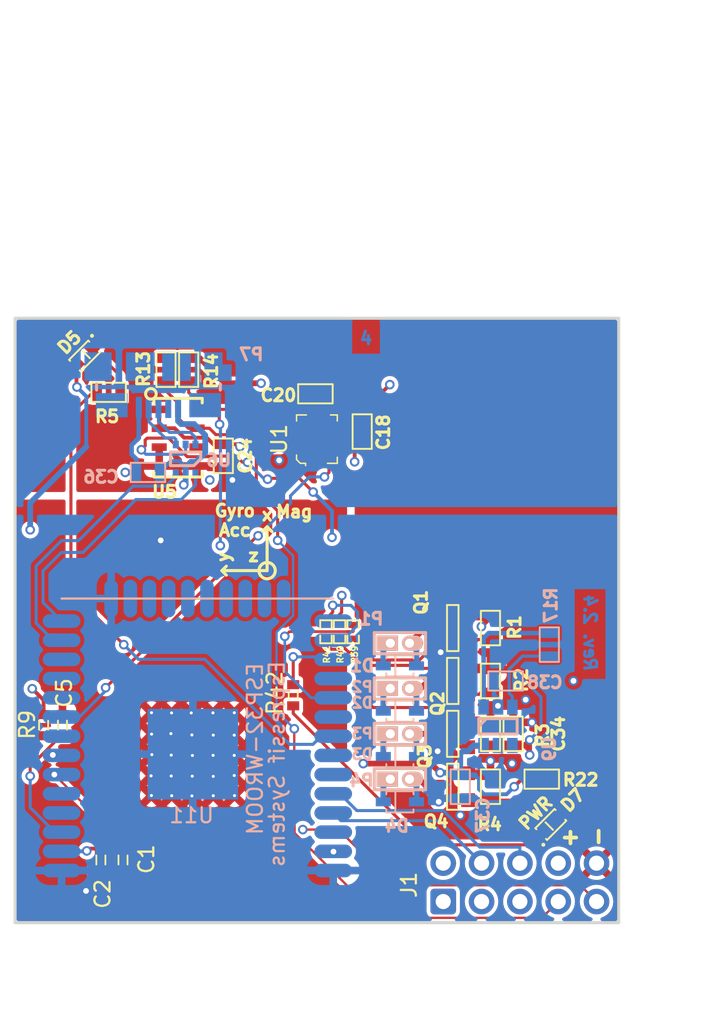
<source format=kicad_pcb>
(kicad_pcb (version 20221018) (generator pcbnew)
  (title_block (title "Crazyflie control board") (date "2023-11-25") (rev "2.4") (company "Bitcraze AB (CC BY-NC-SA)"))
  (layers (0 "F.Cu" signal "Front_L1") (1 "In1.Cu" power "Gnd_L2") (2 "In2.Cu" power "Vcc_L3") (31 "B.Cu" signal "Back_L4") (34 "B.Paste" user) (35 "F.Paste" user) (36 "B.SilkS" user "B.Silkscreen") (37 "F.SilkS" user "F.Silkscreen") (38 "B.Mask" user) (39 "F.Mask" user) (44 "Edge.Cuts" user))
  (net 0 "")
  (net 1 "/MOTOR1")
  (net 2 "/MOTOR2")
  (net 3 "/MOTOR3")
  (net 4 "/MOTOR4")
  (net 5 "/POWER/D+")
  (net 6 "/POWER/D-")
  (net 7 "VBUS")
  (net 8 "+BATT")
  (net 9 "DGND")
  (net 10 "GND")
  (net 11 "VCC")
  (net 12 "VCCA")
  (net 13 "/SYS")
  (net 14 "Net-(Q1-PadG)")
  (net 15 "Net-(Q2-PadG)")
  (net 16 "Net-(Q3-PadG)")
  (net 17 "Net-(Q4-PadG)")
  (net 18 "/I2C_SCL")
  (net 19 "/EN1")
  (net 20 "/INT_GA")
  (net 21 "/EN2")
  (net 22 "Net-(Q7-C)")
  (net 23 "Net-(D5-K)")
  (net 24 "Net-(D7-A)")
  (net 25 "Net-(D1-A)")
  (net 26 "Net-(D2-A)")
  (net 27 "Net-(D3-A)")
  (net 28 "Net-(D4-A)")
  (net 30 "/USBD+")
  (net 31 "/USBD-")
  (net 32 "/RED")
  (net 33 "Net-(Q8-C)")
  (net 35 "/TDO")
  (net 37 "/P1")
  (net 38 "/P2")
  (net 51 "/P3")
  (net 52 "/P4")
  (net 53 "/TX")
  (net 54 "/RX")
  (net 55 "/I2C_SDA")
  (net 56 "Net-(U9-EN)")
  (footprint "SOT23GDS" (layer "F.Cu") (at 149.00148 103.50246 -90)
    (fp_text reference "Q1")
    (fp_text value "PMV31XN" hide)
  )
  (footprint "SOT23GDS" (layer "F.Cu") (at 149.00148 107.00258 -90)
    (fp_text reference "Q2")
    (fp_text value "PMV31XN" hide)
  )
  (footprint "SOT23GDS" (layer "F.Cu") (at 149.00148 110.5027 -90)
    (fp_text reference "Q3")
    (fp_text value "PMV31XN" hide)
  )
  (footprint "SOT23GDS" (layer "F.Cu") (at 149.00148 114.00282 -90)
    (fp_text reference "Q4")
    (fp_text value "PMV31XN" hide)
  )
  (footprint "SM0603_Capa" (layer "F.Cu") (at 152.99944 110.5027 90)
    (fp_text reference "C34")
    (fp_text value "4.7uF" hide)
  )
  (footprint "SM0603_Capa" (layer "F.Cu") (at 143 90.5 90)
    (fp_text reference "C18")
    (fp_text value "100nF" hide)
  )
  (footprint "SM0603_Capa" (layer "F.Cu") (at 139.90066 88 180)
    (fp_text reference "C20")
    (fp_text value "100nF" hide)
  )
  (footprint "SM0603" (layer "F.Cu") (at 131.50088 86.40318 -90)
    (fp_text reference "R14")
    (fp_text value "2.2k" hide)
  )
  (footprint "SM0603" (layer "F.Cu") (at 129.99974 86.40318 -90)
    (fp_text reference "R13")
    (fp_text value "2.2k" hide)
  )
  (footprint "SM0603" (layer "F.Cu") (at 154.89936 113.50244 180)
    (fp_text reference "R22")
    (fp_text value "1k" hide)
  )
  (footprint "SM0603" (layer "F.Cu") (at 126.1999 87.90432)
    (fp_text reference "R5")
    (fp_text value "330R" hide)
  )
  (footprint "SM0603" (layer "F.Cu") (at 151.50084 114.00282 90)
    (fp_text reference "R4")
    (fp_text value "10k" hide)
  )
  (footprint "SM0603" (layer "F.Cu") (at 151.50084 110.5027 90)
    (fp_text reference "R3")
    (fp_text value "10k" hide)
  )
  (footprint "SM0603" (layer "F.Cu") (at 151.50084 107.00258 90)
    (fp_text reference "R2")
    (fp_text value "10k" hide)
  )
  (footprint "SM0603" (layer "F.Cu") (at 151.50084 103.50246 90)
    (fp_text reference "R1")
    (fp_text value "10k" hide)
  )
  (footprint "SMDLED-0603" (layer "F.Cu") (at 155.4988 116.50218 -135)
    (fp_text reference "D7")
    (fp_text value "BLUE LED" hide)
  )
  (footprint "SMDLED-0603" (layer "F.Cu") (at 124.5997 85.50402 45)
    (fp_text reference "D5")
    (fp_text value "RED LED" hide)
  )
  (footprint "SM0603_Capa" (layer "F.Cu") (at 133.79958 92.10294 -90)
    (fp_text reference "C24")
    (fp_text value "100nF" hide)
  )
  (footprint "MS5611" (layer "F.Cu") (at 130.79984 90.90406)
    (fp_text reference "U5")
    (fp_text value "MS5611-01BA03" hide)
  )
  (footprint "SM0402" (layer "F.Cu") (at 142.40002 103.74884 -90)
    (fp_text reference "R39")
    (fp_text value "100R" hide)
  )
  (footprint "SM0402" (layer "F.Cu") (at 141.50086 103.74884 -90)
    (fp_text reference "R40")
    (fp_text value "100R" hide)
  )
  (footprint "SM0402" (layer "F.Cu") (at 140.59916 103.74884 -90)
    (fp_text reference "R41")
    (fp_text value "100R" hide)
  )
  (footprint "ESP32-footprints-Lib:0603_new_new" (layer "F.Cu") (at 138.43 107.95 -90)
    (fp_text reference "R42")
    (fp_text value "100R")
  )
  (footprint "ESP32-footprints-Lib:0603_new_new" (layer "F.Cu") (at 127.15 118.85 -90)
    (fp_text reference "C1")
    (fp_text value "22uF")
  )
  (footprint "ESP32-footprints-Lib:0603_new_new" (layer "F.Cu") (at 125.68428 118.85 -90)
    (fp_text reference "C2")
    (fp_text value "100nF")
  )
  (footprint "ESP32-footprints-Lib:0603_new_new" (layer "F.Cu") (at 123.1392 109.92716 -90)
    (fp_text reference "C5")
    (fp_text value "100nF")
  )
  (footprint "ESP32-footprints-Lib:0603_new_new" (layer "F.Cu") (at 121.88952 109.9312 -90)
    (fp_text reference "R9")
    (fp_text value "10k")
  )
  (footprint "digikey-footprints:LGA-14L_2.5x3mm__LSM6DS3" (layer "F.Cu") (at 140 91 90)
    (fp_text reference "U1")
    (fp_text value "BMX160")
  )
  (footprint "Connector_IDC:IDC-Header_2x05_P2.54mm_Vertical" (layer "F.Cu") (at 148.37 121.6025 90)
    (fp_text reference "J1")
    (fp_text value "Aux")
  )
  (footprint "SOT23_6" (layer "B.Cu") (at 151.99868 110.00486)
    (fp_text reference "U9")
    (fp_text value "TPS79301" hide)
  )
  (footprint "sod323" (layer "B.Cu") (at 145.49882 106.00436 180)
    (fp_text reference "D1")
    (fp_text value "BAT54" hide)
  )
  (footprint "sod323" (layer "B.Cu") (at 145.49882 109.0041 180)
    (fp_text reference "D2")
    (fp_text value "BAT54" hide)
  )
  (footprint "sod323" (layer "B.Cu") (at 145.49882 112.00384 180)
    (fp_text reference "D3")
    (fp_text value "BAT54" hide)
  )
  (footprint "sod323" (layer "B.Cu") (at 145.49882 115.00358 180)
    (fp_text reference "D4")
    (fp_text value "BAT54" hide)
  )
  (footprint "SM0603_Capa" (layer "B.Cu") (at 128.80086 93.20276)
    (fp_text reference "C36")
    (fp_text value "100nF" hide)
  )
  (footprint "SM0603_Capa" (layer "B.Cu") (at 149.49932 114.00536 -90)
    (fp_text reference "C37")
    (fp_text value "4.7uF" hide)
  )
  (footprint "SM0603_Capa" (layer "B.Cu") (at 152.49906 107.00512 180)
    (fp_text reference "C38")
    (fp_text value "100nF" hide)
  )
  (footprint "SM0603" (layer "B.Cu") (at 155.4 104.6 90)
    (fp_text reference "R17")
    (fp_text value "10R" hide)
  )
  (footprint "PINHEADER_127_2X1" (layer "B.Cu") (at 145.49882 113.50244 90)
    (fp_text reference "P4")
    (fp_text value "CONN_2" hide)
  )
  (footprint "PINHEADER_127_2X1" (layer "B.Cu") (at 145.49882 110.5027 90)
    (fp_text reference "P3")
    (fp_text value "CONN_2" hide)
  )
  (footprint "PINHEADER_127_2X1" (layer "B.Cu") (at 145.49882 107.50296 90)
    (fp_text reference "P2")
    (fp_text value "CONN_2" hide)
  )
  (footprint "PINHEADER_127_2X1" (layer "B.Cu") (at 145.49882 104.50322 90)
    (fp_text reference "P1")
    (fp_text value "CONN_2" hide)
  )
  (footprint "SOT363" (layer "B.Cu") (at 131.30022 92.3036 90)
    (fp_text reference "U6")
    (fp_text value "NUF2221" hide)
  )
  (footprint "ZX62-B-5PA_11_CFK" (layer "B.Cu") (at 129.49936 86.20252)
    (fp_text reference "P7")
    (fp_text value "MICRO-B-USB" hide)
  )
  (footprint "ESP32-footprints-Lib:ESP32-WROOM-32_new" (layer "B.Cu") (at 132.08 114.3 180)
    (fp_text reference "U11")
    (fp_text value "ESP32-WROOM")
  )
  (gr_line (start 133.70052 99.70262) (end 134.00024 99.4029) (stroke (width 0.20066)) (layer "F.SilkS"))
  (gr_line (start 133.70052 99.70262) (end 134.00024 100.00234) (stroke (width 0.20066)) (layer "F.SilkS"))
  (gr_line (start 136.70026 99.70262) (end 133.70052 99.70262) (stroke (width 0.20066)) (layer "F.SilkS"))
  (gr_line (start 136.70026 96.80194) (end 136.40054 97.10166) (stroke (width 0.20066)) (layer "F.SilkS"))
  (gr_line (start 136.70026 99.70262) (end 133.70052 99.70262) (stroke (width 0.20066)) (layer "F.SilkS"))
  (gr_line (start 136.70026 96.80194) (end 136.99998 97.10166) (stroke (width 0.20066)) (layer "F.SilkS"))
  (gr_line (start 136.70026 96.80194) (end 136.70026 99.70262) (stroke (width 0.20066)) (layer "F.SilkS"))
  (gr_circle (center 136.70026 99.70262) (end 136.90092 100.203) (stroke (width 0.20066)) (fill none) (layer "F.SilkS"))
  (gr_line (start 136.70026 96.80194) (end 136.70026 99.70262) (stroke (width 0.20066)) (layer "F.SilkS"))
  (gr_line (start 136.40054 97.10166) (end 136.40054 97.1042) (stroke (width 0.20066)) (layer "F.SilkS"))
  (gr_line (start 136.99998 97.10166) (end 136.99998 97.1042) (stroke (width 0.20066)) (layer "F.SilkS"))
  (gr_circle (center 136.70026 99.70262) (end 136.90092 100.203) (stroke (width 0.20066)) (fill none) (layer "F.SilkS"))
  (gr_line (start 136.70026 96.80194) (end 136.99998 97.10166) (stroke (width 0.20066)) (layer "F.SilkS"))
  (gr_line (start 136.40054 97.10166) (end 136.40054 97.1042) (stroke (width 0.20066)) (layer "F.SilkS"))
  (gr_line (start 136.99998 97.10166) (end 136.99998 97.1042) (stroke (width 0.20066)) (layer "F.SilkS"))
  (gr_line (start 136.70026 96.80194) (end 136.40054 97.10166) (stroke (width 0.20066)) (layer "F.SilkS"))
  (gr_line (start 120 83) (end 160 83) (stroke (width 0.20066)) (layer "Edge.Cuts"))
  (gr_line (start 120 83) (end 120 123) (stroke (width 0.20066)) (layer "Edge.Cuts"))
  (gr_line (start 160 123) (end 120 123) (stroke (width 0.20066)) (layer "Edge.Cuts"))
  (gr_line (start 160 123) (end 160 83) (stroke (width 0.20066)) (layer "Edge.Cuts"))
  (gr_text "1" (at 140.208 84.328) (layer "F.Cu") (effects (font (size 0.8001 0.8001) (thickness 0.20066))))
  (gr_text "4" (at 143.256 84.328) (layer "B.Cu") (effects (font (size 0.8001 0.8001) (thickness 0.200025))))
  (gr_text "Rev. 2.4" (at 158.1 103.85 270) (layer "B.Cu") (effects (font (size 0.8001 0.8001) (thickness 0.200025) italic) (justify mirror)))
  (gr_text "x" (at 136.70026 96.00184) (layer "F.SilkS") (effects (font (size 0.8001 0.8001) (thickness 0.20066))))
  (gr_text "Gyro\nAcc" (at 134.56412 96.38284) (layer "F.SilkS") (effects (font (size 0.8001 0.8001) (thickness 0.20066))))
  (gr_text "+" (at 156.8 117.3) (layer "F.SilkS") (effects (font (size 1.00076 1.00076) (thickness 0.25146))))
  (gr_text "y" (at 133.79958 98.80346 90) (layer "F.SilkS") (effects (font (size 0.8001 0.8001) (thickness 0.20066))))
  (gr_text "PWR" (at 154.5 115.75 45) (layer "F.SilkS") (effects (font (size 0.8001 0.8001) (thickness 0.200025))))
  (gr_text "Mag" (at 138.5 95.8) (layer "F.SilkS") (effects (font (size 0.8001 0.8001) (thickness 0.20066))))
  (gr_text "z" (at 135.79856 98.70186) (layer "F.SilkS") (effects (font (size 0.8001 0.8001) (thickness 0.20066))))
  (gr_text "-" (at 158.6 117.3 90) (layer "F.SilkS") (effects (font (size 1.00076 1.00076) (thickness 0.25146))))
  (segment (start 142.361919 103.739951) (end 141.993621 103.739951) (width 0.2032) (layer "F.Cu") (net 1))
  (segment (start 141.993621 103.739951) (end 138.182351 103.739951) (width 0.1778) (layer "F.Cu") (net 1))
  (segment (start 138.182351 103.739951) (end 137.8712 104.051102) (width 0.1778) (layer "F.Cu") (net 1))
  (segment (start 142.40002 103.70185) (end 142.361919 103.739951) (width 0.2032) (layer "F.Cu") (net 1))
  (segment (start 142.40002 103.29926) (end 142.40002 103.70185) (width 0.2032) (layer "F.Cu") (net 1))
  (via (at 137.8712 104.051102) (size 0.635) (drill 0.381) (layers "F.Cu" "B.Cu") (net 1))
  (segment (start 137.8712 106.3712) (end 139.62 108.12) (width 0.1778) (layer "B.Cu") (net 1))
  (segment (start 139.62 108.12) (end 141.08 108.12) (width 0.1778) (layer "B.Cu") (net 1))
  (segment (start 137.8712 104.051102) (end 137.8712 106.3712) (width 0.1778) (layer "B.Cu") (net 1))
  (segment (start 141.65 101.35) (end 141.63802 101.36198) (width 0.2032) (layer "F.Cu") (net 2))
  (segment (start 141.63802 102.4636) (end 141.50086 102.60076) (width 0.2032) (layer "F.Cu") (net 2))
  (segment (start 141.63802 101.36198) (end 141.63802 102.4636) (width 0.2032) (layer "F.Cu") (net 2))
  (segment (start 141.50086 102.60076) (end 141.50086 103.29926) (width 0.2032) (layer "F.Cu") (net 2))
  (via (at 141.65 101.35) (size 0.635) (drill 0.381) (layers "F.Cu" "B.Cu") (net 2))
  (via (at 141.097 118.3005) (size 0.635) (drill 0.381) (layers "F.Cu" "B.Cu") (net 2))
  (segment (start 141.04874 102.4509) (end 141.04874 102) (width 0.2032) (layer "F.Cu") (net 3))
  (segment (start 140.59916 102.90048) (end 140.59916 103.29926) (width 0.2032) (layer "F.Cu") (net 3))
  (segment (start 141.04874 102.4509) (end 140.59916 102.90048) (width 0.2032) (layer "F.Cu") (net 3))
  (via (at 141.04874 102) (size 0.635) (drill 0.381) (layers "F.Cu" "B.Cu") (net 3))
  (segment (start 142.7 103.32) (end 141.88 104.14) (width 0.1778) (layer "B.Cu") (net 3))
  (segment (start 142.25 102) (end 141.04874 102) (width 0.2032) (layer "B.Cu") (net 3))
  (segment (start 142.7 102.95) (end 142.7 103.32) (width 0.1778) (layer "B.Cu") (net 3))
  (segment (start 142.7 102.45) (end 142.25 102) (width 0.2032) (layer "B.Cu") (net 3))
  (segment (start 142.7 102.95) (end 142.7 102.45) (width 0.2032) (layer "B.Cu") (net 3))
  (segment (start 138.43 107.25) (end 138.43 105.41) (width 0.2032) (layer "F.Cu") (net 4))
  (via (at 138.43 105.41) (size 0.635) (drill 0.381) (layers "F.Cu" "B.Cu") (net 4))
  (segment (start 140.97 105.41) (end 138.43 105.41) (width 0.2032) (layer "B.Cu") (net 4))
  (segment (start 130.23088 90.55354) (end 129.49936 89.82202) (width 0.2032) (layer "B.Cu") (net 5))
  (segment (start 131.62026 90.55354) (end 130.23088 90.55354) (width 0.2032) (layer "B.Cu") (net 5))
  (segment (start 131.95046 91.35364) (end 131.95046 90.88374) (width 0.2032) (layer "B.Cu") (net 5))
  (segment (start 129.49936 89.82202) (end 129.49936 88.90254) (width 0.2032) (layer "B.Cu") (net 5))
  (segment (start 131.95046 90.88374) (end 131.62026 90.55354) (width 0.2032) (layer "B.Cu") (net 5))
  (segment (start 130.64998 91.01328) (end 130.55092 90.91422) (width 0.2032) (layer "B.Cu") (net 6))
  (segment (start 130.55092 90.91422) (end 129.93116 90.91422) (width 0.2032) (layer "B.Cu") (net 6))
  (segment (start 128.84912 89.83218) (end 128.84912 88.90254) (width 0.2032) (layer "B.Cu") (net 6))
  (segment (start 129.93116 90.91422) (end 128.84912 89.83218) (width 0.2032) (layer "B.Cu") (net 6))
  (segment (start 130.64998 91.35364) (end 130.64998 91.01328) (width 0.2032) (layer "B.Cu") (net 6))
  (segment (start 154.09926 111.90224) (end 154.09926 111.62538) (width 0.3048) (layer "F.Cu") (net 7))
  (segment (start 153.73858 111.2647) (end 154.09926 110.90402) (width 0.3048) (layer "F.Cu") (net 7))
  (segment (start 153.73858 111.2647) (end 152.99944 111.2647) (width 0.3048) (layer "F.Cu") (net 7))
  (segment (start 154.09926 111.62538) (end 154.09926 110.90402) (width 0.3048) (layer "F.Cu") (net 7))
  (segment (start 154.09926 111.62538) (end 153.73858 111.2647) (width 0.3048) (layer "F.Cu") (net 7))
  (via (at 127.29972 93.20276) (size 0.635) (drill 0.381) (layers "F.Cu" "B.Cu") (net 7))
  (via (at 154.09926 110.90402) (size 0.635) (drill 0.381) (layers "F.Cu" "B.Cu") (net 7))
  (via (at 154.09926 111.90224) (size 0.635) (drill 0.381) (layers "F.Cu" "B.Cu") (net 7))
  (segment (start 144.399 107.96778) (end 144.86382 107.50296) (width 0.381) (layer "B.Cu") (net 7))
  (segment (start 127.29972 93.20276) (end 128.03886 93.20276) (width 0.381) (layer "B.Cu") (net 7))
  (segment (start 144.399 113.96726) (end 144.86382 113.50244) (width 0.381) (layer "B.Cu") (net 7))
  (segment (start 128.19888 90.915742) (end 127.721359 91.393263) (width 0.3048) (layer "B.Cu") (net 7))
  (segment (start 153.78176 107.00512) (end 154.8469 108.07026) (width 0.2032) (layer "B.Cu") (net 7))
  (segment (start 144.399 110.96752) (end 144.86382 110.5027) (width 0.381) (layer "B.Cu") (net 7))
  (segment (start 144.399 112.00384) (end 144.399 110.96752) (width 0.381) (layer "B.Cu") (net 7))
  (segment (start 128.19888 88.90254) (end 128.19888 90.915742) (width 0.3048) (layer "B.Cu") (net 7))
  (segment (start 144.399 104.96804) (end 144.86382 104.50322) (width 0.381) (layer "B.Cu") (net 7))
  (segment (start 127.721359 92.008959) (end 128.03886 92.32646) (width 0.3048) (layer "B.Cu") (net 7))
  (segment (start 144.399 106.00436) (end 144.399 104.96804) (width 0.381) (layer "B.Cu") (net 7))
  (segment (start 154.8469 108.07026) (end 154.8469 110.15638) (width 0.2032) (layer "B.Cu") (net 7))
  (segment (start 151.380247 103.838) (end 155.4 103.838) (width 0.3048) (layer "B.Cu") (net 7))
  (segment (start 151.04618 108.73486) (end 151.04618 104.172067) (width 0.3048) (layer "B.Cu") (net 7))
  (segment (start 128.03886 92.32646) (end 128.03886 93.20276) (width 0.3048) (layer "B.Cu") (net 7))
  (segment (start 144.399 115.00358) (end 144.399 113.96726) (width 0.381) (layer "B.Cu") (net 7))
  (segment (start 127.721359 91.393263) (end 127.721359 92.008959) (width 0.3048) (layer "B.Cu") (net 7))
  (segment (start 151.04618 104.172067) (end 151.380247 103.838) (width 0.3048) (layer "B.Cu") (net 7))
  (segment (start 154.8469 110.15638) (end 154.09926 110.90402) (width 0.2032) (layer "B.Cu") (net 7))
  (segment (start 153.26106 107.00512) (end 153.78176 107.00512) (width 0.2032) (layer "B.Cu") (net 7))
  (segment (start 144.399 109.0041) (end 144.399 107.96778) (width 0.381) (layer "B.Cu") (net 7))
  (via (at 131.175 94.025) (size 0.635) (drill 0.381) (layers "F.Cu" "B.Cu") (net 9))
  (via (at 129.65 97.7) (size 0.635) (drill 0.381) (layers "F.Cu" "B.Cu") (net 9))
  (via (at 148.19884 105.10266) (size 0.635) (drill 0.381) (layers "F.Cu" "B.Cu") (net 9))
  (via (at 124.7 120.9) (size 0.635) (drill 0.381) (layers "F.Cu" "B.Cu") (net 9))
  (via (at 148.0693 115) (size 0.635) (drill 0.381) (layers "F.Cu" "B.Cu") (net 9))
  (via (at 148.00072 111.65332) (size 0.635) (drill 0.381) (layers "F.Cu" "B.Cu") (net 9))
  (segment (start 131.99872 92.50426) (end 131.6482 92.50426) (width 0.381) (layer "B.Cu") (net 9))
  (segment (start 131.30022 92.85478) (end 131.30022 92.85224) (width 0.381) (layer "B.Cu") (net 9))
  (segment (start 132.6007 91.90228) (end 131.99872 92.50426) (width 0.381) (layer "B.Cu") (net 9))
  (segment (start 147.955 112.268) (end 147.48002 112.74298) (width 0.254) (layer "B.Cu") (net 9))
  (segment (start 130.31216 92.45346) (end 129.56286 93.20276) (width 0.254) (layer "B.Cu") (net 9))
  (segment (start 147.99818 112.268) (end 147.99818 111.65586) (width 0.254) (layer "B.Cu") (net 9))
  (segment (start 130.79984 88.90254) (end 130.79984 89.81186) (width 0.381) (layer "B.Cu") (net 9))
  (segment (start 147.99818 111.65586) (end 148.00072 111.65332) (width 0.254) (layer "B.Cu") (net 9))
  (segment (start 130.99034 90.00236) (end 130.79984 89.81186) (width 0.381) (layer "B.Cu") (net 9))
  (segment (start 131.30022 93.25356) (end 131.30022 92.85478) (width 0.381) (layer "B.Cu") (net 9))
  (segment (start 131.30022 92.85478) (end 130.8989 92.45346) (width 0.254) (layer "B.Cu") (net 9))
  (segment (start 131.30022 93.25356) (end 131.30022 93.89978) (width 0.381) (layer "B.Cu") (net 9))
  (segment (start 132.6007 91.90228) (end 132.6007 90.73388) (width 0.381) (layer "B.Cu") (net 9))
  (segment (start 132.6007 90.73388) (end 131.86918 90.00236) (width 0.381) (layer "B.Cu") (net 9))
  (segment (start 131.30022 93.89978) (end 131.175 94.025) (width 0.381) (layer "B.Cu") (net 9))
  (segment (start 131.6482 92.50426) (end 131.30022 92.85224) (width 0.381) (layer "B.Cu") (net 9))
  (segment (start 147.48002 114.48288) (end 148.0693 115.07216) (width 0.254) (layer "B.Cu") (net 9))
  (segment (start 131.86918 90.00236) (end 130.99034 90.00236) (width 0.381) (layer "B.Cu") (net 9))
  (segment (start 147.48002 112.74298) (end 147.48002 114.48288) (width 0.254) (layer "B.Cu") (net 9))
  (segment (start 130.8989 92.45346) (end 130.31216 92.45346) (width 0.254) (layer "B.Cu") (net 9))
  (segment (start 133.79958 92.86494) (end 133.79958 93.1037) (width 0.254) (layer "F.Cu") (net 10))
  (segment (start 154.96794 116.97208) (end 153.89586 115.9) (width 0.254) (layer "F.Cu") (net 10))
  (segment (start 139.75 92.175) (end 139.2 92.175) (width 0.254) (layer "F.Cu") (net 10))
  (segment (start 153.89586 115.9) (end 149.5 115.9) (width 0.254) (layer "F.Cu") (net 10))
  (segment (start 139.2 92.175) (end 137.72802 92.175) (width 0.254) (layer "F.Cu") (net 10))
  (segment (start 151.50084 102.80142) (end 150.89886 103.4034) (width 0.3048) (layer "F.Cu") (net 10))
  (segment (start 137.72802 92.175) (end 137.50036 92.40266) (width 0.254) (layer "F.Cu") (net 10))
  (segment (start 141.1375 90.5) (end 141.8995 89.738) (width 0.254) (layer "F.Cu") (net 10))
  (segment (start 140.25 92.175) (end 139.75 92.175) (width 0.254) (layer "F.Cu") (net 10))
  (segment (start 140.925 91) (end 140.925 90.5) (width 0.254) (layer "F.Cu") (net 10))
  (segment (start 133.79958 93.1037) (end 134.39902 93.70314) (width 0.254) (layer "F.Cu") (net 10))
  (segment (start 140.925 90.5) (end 141.1375 90.5) (width 0.254) (layer "F.Cu") (net 10))
  (segment (start 141.8995 89.738) (end 143 89.738) (width 0.254) (layer "F.Cu") (net 10))
  (via (at 157 107) (size 0.635) (drill 0.381) (layers "F.Cu" "B.Cu") (net 10))
  (via (at 152.93086 112.46358) (size 0.635) (drill 0.381) (layers "F.Cu" "B.Cu") (net 10))
  (via (at 152 108.65) (size 0.635) (drill 0.381) (layers "F.Cu" "B.Cu") (net 10))
  (via (at 134.39902 93.70314) (size 0.635) (drill 0.381) (layers "F.Cu" "B.Cu") (net 10))
  (via (at 150.89886 103.4034) (size 0.635) (drill 0.381) (layers "F.Cu" "B.Cu") (net 10))
  (via (at 137.50036 92.40266) (size 0.635) (drill 0.381) (layers "F.Cu" "B.Cu") (net 10))
  (via (at 151.495758 112.293926) (size 0.635) (drill 0.381) (layers "F.Cu" "B.Cu") (net 10))
  (via (at 149.5 115.9) (size 0.635) (drill 0.381) (layers "F.Cu" "B.Cu") (net 10))
  (via (at 154.25 109.75) (size 0.635) (drill 0.381) (layers "F.Cu" "B.Cu") (net 10))
  (via (at 153.832414 108.243851) (size 0.635) (drill 0.381) (layers "F.Cu" "B.Cu") (net 10))
  (segment (start 151.73706 107.00512) (end 151.73706 107.93984) (width 0.3048) (layer "B.Cu") (net 10))
  (segment (start 151.73706 107.93984) (end 151.99868 108.20146) (width 0.3048) (layer "B.Cu") (net 10))
  (segment (start 151.99868 108.20146) (end 151.99868 108.73486) (width 0.3048) (layer "B.Cu") (net 10))
  (segment (start 124.1 87.55) (end 124.06884 87.51884) (width 0.254) (layer "F.Cu") (net 11))
  (segment (start 128.62052 91.4527) (end 128.62052 91.06154) (width 0.2032) (layer "F.Cu") (net 11))
  (segment (start 121.88952 108.271939) (end 121.135781 107.5182) (width 0.254) (layer "F.Cu") (net 11))
  (segment (start 135.38454 92.51696) (end 135.39978 92.5322) (width 0.2032) (layer "F.Cu") (net 11))
  (segment (start 121.88952 109.2312) (end 121.88952 108.271939) (width 0.254) (layer "F.Cu") (net 11))
  (segment (start 148.16074 113.07318) (end 147.5613 112.47374) (width 0.381) (layer "F.Cu") (net 11))
  (segment (start 136.73074 93.65234) (end 136.78916 93.59392) (width 0.2032) (layer "F.Cu") (net 11))
  (segment (start 153.57094 113.50244) (end 154.13736 113.50244) (width 0.254) (layer "F.Cu") (net 11))
  (segment (start 124.06884 87.51884) (end 124.06884 86.03488) (width 0.254) (layer "F.Cu") (net 11))
  (segment (start 147.5613 112.47374) (end 143.06804 112.47374) (width 0.381) (layer "F.Cu") (net 11))
  (segment (start 128.62052 91.06154) (end 128.75006 90.932) (width 0.2032) (layer "F.Cu") (net 11))
  (segment (start 132.7785 92.1639) (end 132.81914 92.12326) (width 0.2032) (layer "F.Cu") (net 11))
  (segment (start 128.36906 91.70416) (end 128.62052 91.4527) (width 0.2032) (layer "F.Cu") (net 11))
  (segment (start 131.40944 92.1639) (end 132.7785 92.1639) (width 0.2032) (layer "F.Cu") (net 11))
  (segment (start 153.07056 114.00282) (end 153.57094 113.50244) (width 0.254) (layer "F.Cu") (net 11))
  (segment (start 124.90016 118.09984) (end 126.80696 118.09984) (width 0.254) (layer "F.Cu") (net 11))
  (segment (start 124.75 118.25) (end 124.90016 118.09984) (width 0.254) (layer "F.Cu") (net 11))
  (segment (start 130.17754 90.932) (end 131.40944 92.1639) (width 0.2032) (layer "F.Cu") (net 11))
  (segment (start 132.81914 92.12326) (end 134.65048 92.12326) (width 0.2032) (layer "F.Cu") (net 11))
  (segment (start 135.04418 92.51696) (end 135.38454 92.51696) (width 0.2032) (layer "F.Cu") (net 11))
  (segment (start 128.75006 90.932) (end 130.17754 90.932) (width 0.2032) (layer "F.Cu") (net 11))
  (segment (start 136.78916 93.59392) (end 138.84392 93.59392) (width 0.2032) (layer "F.Cu") (net 11))
  (segment (start 134.65048 92.12326) (end 135.04418 92.51696) (width 0.2032) (layer "F.Cu") (net 11))
  (segment (start 138.84392 93.59392) (end 139.75 94.5) (width 0.2032) (layer "F.Cu") (net 11))
  (via (at 148.16074 113.07318) (size 0.635) (drill 0.381) (layers "F.Cu" "B.Cu") (net 11))
  (via (at 128.36906 91.70416) (size 0.635) (drill 0.381) (layers "F.Cu" "B.Cu") (net 11))
  (via (at 124.75 118.25) (size 0.635) (drill 0.381) (layers "F.Cu" "B.Cu") (net 11))
  (via (at 136.73074 93.65234) (size 0.635) (drill 0.381) (layers "F.Cu" "B.Cu") (net 11))
  (via (at 139.75 94.5) (size 0.635) (drill 0.381) (layers "F.Cu" "B.Cu") (net 11))
  (via (at 143.06804 112.47374) (size 0.635) (drill 0.381) (layers "F.Cu" "B.Cu") (net 11))
  (via (at 153.07056 114.00282) (size 0.635) (drill 0.381) (layers "F.Cu" "B.Cu") (net 11))
  (via (at 124.1 87.55) (size 0.635) (drill 0.381) (layers "F.Cu" "B.Cu") (net 11))
  (via (at 121.135781 107.5182) (size 0.635) (drill 0.381) (layers "F.Cu" "B.Cu") (net 11))
  (via (at 141 97.5) (size 0.635) (drill 0.381) (layers "F.Cu" "B.Cu") (net 11))
  (via (at 121 97) (size 0.635) (drill 0.381) (layers "F.Cu" "B.Cu") (net 11))
  (via (at 135.39978 92.5322) (size 0.635) (drill 0.381) (layers "F.Cu" "B.Cu") (net 11))
  (segment (start 149.49932 113.24336) (end 148.82114 113.24336) (width 0.381) (layer "B.Cu") (net 11))
  (segment (start 150.38324 111.27486) (end 150.02002 111.63808) (width 0.381) (layer "B.Cu") (net 11))
  (segment (start 123.08 118.28) (end 124.86404 118.28) (width 0.254) (layer "B.Cu") (net 11))
  (segment (start 135.39978 92.5322) (end 136.51992 93.65234) (width 0.2032) (layer "B.Cu") (net 11))
  (segment (start 124.71908 91.5) (end 121 95.21908) (width 0.381) (layer "B.Cu") (net 11))
  (segment (start 150.47976 113.24336) (end 150.73884 113.50244) (width 0.254) (layer "B.Cu") (net 11))
  (segment (start 141 97.5) (end 141 95.75) (width 0.254) (layer "B.Cu") (net 11))
  (segment (start 152.57018 114.5032) (end 153.07056 114.00282) (width 0.254) (layer "B.Cu") (net 11))
  (segment (start 124.1 87.55) (end 124.71908 88.16908) (width 0.254) (layer "B.Cu") (net 11))
  (segment (start 148.82114 113.24336) (end 148.65096 113.07318) (width 0.381) (layer "B.Cu") (net 11))
  (segment (start 151.0792 114.5032) (end 152.57018 114.5032) (width 0.254) (layer "B.Cu") (net 11))
  (segment (start 150.73884 113.50244) (end 150.73884 114.16284) (width 0.254) (layer "B.Cu") (net 11))
  (segment (start 131.30022 91.7829) (end 131.07924 92.00388) (width 0.2032) (layer "B.Cu") (net 11))
  (segment (start 150.02002 111.63808) (end 149.68474 111.63808) (width 0.381) (layer "B.Cu") (net 11))
  (segment (start 148.65096 113.07318) (end 148.16074 113.07318) (width 0.381) (layer "B.Cu") (net 11))
  (segment (start 131.30022 91.7829) (end 131.30022 91.35364) (width 0.2032) (layer "B.Cu") (net 11))
  (segment (start 124.71908 88.16908) (end 124.71908 91.5) (width 0.254) (layer "B.Cu") (net 11))
  (segment (start 141 95.75) (end 139.75 94.5) (width 0.254) (layer "B.Cu") (net 11))
  (segment (start 149.49932 113.24336) (end 150.47976 113.24336) (width 0.381) (layer "B.Cu") (net 11))
  (segment (start 121 95.21908) (end 121 97) (width 0.381) (layer "B.Cu") (net 11))
  (segment (start 149.49932 111.8235) (end 149.49932 113.24336) (width 0.381) (layer "B.Cu") (net 11))
  (segment (start 128.66878 92.00388) (end 128.36906 91.70416) (width 0.2032) (layer "B.Cu") (net 11))
  (segment (start 131.07924 92.00388) (end 128.66878 92.00388) (width 0.2032) (layer "B.Cu") (net 11))
  (segment (start 136.51992 93.65234) (end 136.73074 93.65234) (width 0.2032) (layer "B.Cu") (net 11))
  (segment (start 149.68474 111.63808) (end 149.49932 111.8235) (width 0.381) (layer "B.Cu") (net 11))
  (segment (start 151.04618 111.27486) (end 150.38324 111.27486) (width 0.381) (layer "B.Cu") (net 11))
  (segment (start 150.73884 114.16284) (end 151.0792 114.5032) (width 0.254) (layer "B.Cu") (net 11))
  (segment (start 129.55016 90.27922) (end 129.55016 89.02954) (width 0.254) (layer "F.Cu") (net 12))
  (segment (start 135.5 87.30234) (end 136.29894 87.30234) (width 0.381) (layer "F.Cu") (net 12))
  (segment (start 133.13918 91.34094) (end 133.79958 91.34094) (width 0.254) (layer "F.Cu") (net 12))
  (segment (start 142.5 91.5) (end 142.5 92.5) (width 0.254) (layer "F.Cu") (net 12))
  (segment (start 132.23748 85.64118) (end 133.89864 87.30234) (width 0.381) (layer "F.Cu") (net 12))
  (segment (start 130.57378 90.27922) (end 131.19862 90.90406) (width 0.254) (layer "F.Cu") (net 12))
  (segment (start 133.89864 87.30234) (end 135.5 87.30234) (width 0.381) (layer "F.Cu") (net 12))
  (segment (start 140.66266 88.8255) (end 140.8 88.96284) (width 0.254) (layer "F.Cu") (net 12))
  (segment (start 140.66266 88.8255) (end 140.66266 88) (width 0.254) (layer "F.Cu") (net 12))
  (segment (start 129.55016 90.27922) (end 130.57378 90.27922) (width 0.254) (layer "F.Cu") (net 12))
  (segment (start 132.7023 90.90406) (end 133.13918 91.34094) (width 0.254) (layer "F.Cu") (net 12))
  (segment (start 133.79958 91.34094) (end 134.73684 91.34094) (width 0.254) (layer "F.Cu") (net 12))
  (segment (start 140.8 88.96284) (end 140.8 89.825) (width 0.254) (layer "F.Cu") (net 12))
  (segment (start 136.74451 90.5) (end 139.075 90.5) (width 0.254) (layer "F.Cu") (net 12))
  (segment (start 135.5 89.25549) (end 135.5 87.30234) (width 0.254) (layer "F.Cu") (net 12))
  (segment (start 142.62704 91.5) (end 142.5 91.5) (width 0.254) (layer "F.Cu") (net 12))
  (segment (start 144.22458 88) (end 144.8308 87.39378) (width 0.254) (layer "F.Cu") (net 12))
  (segment (start 129.99974 85.64118) (end 131.50088 85.64118) (width 0.254) (layer "F.Cu") (net 12))
  (segment (start 131.19862 90.90406) (end 132.7023 90.90406) (width 0.254) (layer "F.Cu") (net 12))
  (segment (start 135.5 89.25549) (end 136.74451 90.5) (width 0.254) (layer "F.Cu") (net 12))
  (segment (start 131.50088 85.64118) (end 132.23748 85.64118) (width 0.381) (layer "F.Cu") (net 12))
  (segment (start 142.5 91.5) (end 140.925 91.5) (width 0.254) (layer "F.Cu") (net 12))
  (segment (start 134.73684 91.34094) (end 134.8994 91.5035) (width 0.254) (layer "F.Cu") (net 12))
  (segment (start 140.66266 88) (end 144.22458 88) (width 0.254) (layer "F.Cu") (net 12))
  (via (at 136.29894 87.30234) (size 0.635) (drill 0.381) (layers "F.Cu" "B.Cu") (net 12))
  (via (at 144.8308 87.39378) (size 0.635) (drill 0.381) (layers "F.Cu" "B.Cu") (net 12))
  (via (at 134.8994 91.5035) (size 0.635) (drill 0.381) (layers "F.Cu" "B.Cu") (net 12))
  (via (at 132.90042 93.70314) (size 0.635) (drill 0.381) (layers "F.Cu" "B.Cu") (net 12))
  (via (at 142.5 92.5) (size 0.635) (drill 0.381) (layers "F.Cu" "B.Cu") (net 12))
  (segment (start 150.54072 104.39146) (end 150.66772 104.26446) (width 0.2032) (layer "F.Cu") (net 14))
  (segment (start 143.76908 105.6132) (end 142.70482 104.54894) (width 0.2032) (layer "F.Cu") (net 14))
  (segment (start 150.66772 104.26446) (end 151.50084 104.26446) (width 0.2032) (layer "F.Cu") (net 14))
  (segment (start 150.01748 104.39146) (end 148.02104 104.39146) (width 0.2032) (layer "F.Cu") (net 14))
  (segment (start 146.7993 105.6132) (end 143.77924 105.6132) (width 0.2032) (layer "F.Cu") (net 14))
  (segment (start 143.77924 105.6132) (end 143.76908 105.6132) (width 0.2032) (layer "F.Cu") (net 14))
  (segment (start 150.01748 104.39146) (end 150.54072 104.39146) (width 0.2032) (layer "F.Cu") (net 14))
  (segment (start 148.02104 104.39146) (end 146.7993 105.6132) (width 0.2032) (layer "F.Cu") (net 14))
  (segment (start 142.70482 104.54894) (end 142.40002 104.19842) (width 0.2032) (layer "F.Cu") (net 14))
  (segment (start 142.748 105.10012) (end 143.62176 105.97388) (width 0.2032) (layer "F.Cu") (net 15))
  (segment (start 146.76882 105.97388) (end 146.96694 106.172) (width 0.2032) (layer "F.Cu") (net 15))
  (segment (start 150.7363 107.89158) (end 150.01748 107.89158) (width 0.2032) (layer "F.Cu") (net 15))
  (segment (start 148.63064 106.172) (end 149.01926 106.56062) (width 0.2032) (layer "F.Cu") (net 15))
  (segment (start 142.1003 105.10012) (end 142.748 105.10012) (width 0.2032) (layer "F.Cu") (net 15))
  (segment (start 150.8633 107.76458) (end 150.7363 107.89158) (width 0.2032) (layer "F.Cu") (net 15))
  (segment (start 149.01926 107.65282) (end 149.25802 107.89158) (width 0.2032) (layer "F.Cu") (net 15))
  (segment (start 143.62176 105.97388) (end 146.76882 105.97388) (width 0.2032) (layer "F.Cu") (net 15))
  (segment (start 141.50086 104.50068) (end 142.1003 105.10012) (width 0.2032) (layer "F.Cu") (net 15))
  (segment (start 141.50086 104.19842) (end 141.50086 104.50068) (width 0.2032) (layer "F.Cu") (net 15))
  (segment (start 151.50084 107.76458) (end 150.8633 107.76458) (width 0.2032) (layer "F.Cu") (net 15))
  (segment (start 149.25802 107.89158) (end 150.01748 107.89158) (width 0.2032) (layer "F.Cu") (net 15))
  (segment (start 149.01926 106.56062) (end 149.01926 107.65282) (width 0.2032) (layer "F.Cu") (net 15))
  (segment (start 146.96694 106.172) (end 148.63064 106.172) (width 0.2032) (layer "F.Cu") (net 15))
  (segment (start 150.7363 111.3917) (end 150.01748 111.3917) (width 0.2032) (layer "F.Cu") (net 16))
  (segment (start 150.8633 111.2647) (end 150.7363 111.3917) (width 0.2032) (layer "F.Cu") (net 16))
  (segment (start 140.59916 104.49814) (end 140.59916 104.19842) (width 0.2032) (layer "F.Cu") (net 16))
  (segment (start 143.73098 108.7628) (end 143.3068 108.33862) (width 0.2032) (layer "F.Cu") (net 16))
  (segment (start 140.59916 104.49814) (end 140.59916 104.54894) (width 0.2032) (layer "F.Cu") (net 16))
  (segment (start 143.3068 108.33862) (end 143.3068 106.22026) (width 0.2032) (layer "F.Cu") (net 16))
  (segment (start 141.39672 104.90454) (end 141.99108 105.4989) (width 0.2032) (layer "F.Cu") (net 16))
  (segment (start 143.3068 106.20756) (end 142.59814 105.4989) (width 0.2032) (layer "F.Cu") (net 16))
  (segment (start 149.10054 109.53496) (end 148.32838 108.7628) (width 0.2032) (layer "F.Cu") (net 16))
  (segment (start 148.32838 108.7628) (end 143.73098 108.7628) (width 0.2032) (layer "F.Cu") (net 16))
  (segment (start 141.99108 105.4989) (end 142.59814 105.4989) (width 0.2032) (layer "F.Cu") (net 16))
  (segment (start 140.95476 104.90454) (end 141.39672 104.90454) (width 0.2032) (layer "F.Cu") (net 16))
  (segment (start 143.3068 106.22026) (end 143.3068 106.20756) (width 0.2032) (layer "F.Cu") (net 16))
  (segment (start 149.10054 110.94466) (end 149.10054 109.53496) (width 0.2032) (layer "F.Cu") (net 16))
  (segment (start 150.01748 111.3917) (end 149.54758 111.3917) (width 0.2032) (layer "F.Cu") (net 16))
  (segment (start 140.59916 104.54894) (end 140.95476 104.90454) (width 0.2032) (layer "F.Cu") (net 16))
  (segment (start 151.50084 111.2647) (end 150.8633 111.2647) (width 0.2032) (layer "F.Cu") (net 16))
  (segment (start 149.54758 111.3917) (end 149.10054 110.94466) (width 0.2032) (layer "F.Cu") (net 16))
  (segment (start 155.786935 116.926799) (end 155.786935 117.137231) (width 0.2032) (layer "F.Cu") (net 17))
  (segment (start 150.7363 114.89182) (end 150.8633 114.76482) (width 0.2032) (layer "F.Cu") (net 17))
  (segment (start 153.751956 114.89182) (end 155.786935 116.926799) (width 0.2032) (layer "F.Cu") (net 17))
  (segment (start 138.43 109.1532) (end 138.43 108.65) (width 0.2032) (layer "F.Cu") (net 17))
  (segment (start 155.074181 117.849985) (end 147.126785 117.849985) (width 0.2032) (layer "F.Cu") (net 17))
  (segment (start 147.126785 117.849985) (end 138.43 109.1532) (width 0.2032) (layer "F.Cu") (net 17))
  (segment (start 150.01748 114.89182) (end 153.751956 114.89182) (width 0.2032) (layer "F.Cu") (net 17))
  (segment (start 150.8633 114.76482) (end 151.50084 114.76482) (width 0.2032) (layer "F.Cu") (net 17))
  (segment (start 155.786935 117.137231) (end 155.074181 117.849985) (width 0.2032) (layer "F.Cu") (net 17))
  (segment (start 158.53 121.6025) (end 157.451889 120.524389) (width 0.1524) (layer "F.Cu") (net 18))
  (segment (start 133.55 90.022182) (end 133.527302 90.022182) (width 0.2032) (layer "F.Cu") (net 18))
  (segment (start 132.04952 88.45296) (end 131.50088 87.90432) (width 0.2032) (layer "F.Cu") (net 18))
  (segment (start 134.02564 89.02954) (end 135.9961 91) (width 0.2032) (layer "F.Cu") (net 18))
  (segment (start 133.52954 89.02954) (end 134.02564 89.02954) (width 0.2032) (layer "F.Cu") (net 18))
  (segment (start 133.52954 89.02954) (end 133.52954 90.001722) (width 0.2032) (layer "F.Cu") (net 18))
  (segment (start 145.124389 120.524389) (end 141.44 116.84) (width 0.1524) (layer "F.Cu") (net 18))
  (segment (start 141.44 116.84) (end 139.065 116.84) (width 0.1524) (layer "F.Cu") (net 18))
  (segment (start 132.04952 89.02954) (end 133.52954 89.02954) (width 0.2032) (layer "F.Cu") (net 18))
  (segment (start 132.04952 89.02954) (end 132.04952 88.45296) (width 0.2032) (layer "F.Cu") (net 18))
  (segment (start 157.451889 120.524389) (end 145.124389 120.524389) (width 0.1524) (layer "F.Cu") (net 18))
  (segment (start 131.50088 87.90432) (end 131.50088 87.16518) (width 0.2032) (layer "F.Cu") (net 18))
  (segment (start 133.52954 90.001722) (end 133.55 90.022182) (width 0.2032) (layer "F.Cu") (net 18))
  (segment (start 135.9961 91) (end 139.075 91) (width 0.2032) (layer "F.Cu") (net 18))
  (via (at 122.5 111.9) (size 0.635) (drill 0.381) (layers "F.Cu" "B.Cu") (net 18))
  (via (at 133.55 90.022182) (size 0.635) (drill 0.381) (layers "F.Cu" "B.Cu") (net 18))
  (via (at 133.6 98.05) (size 0.635) (drill 0.381) (layers "F.Cu" "B.Cu") (net 18))
  (via (at 139.065 116.84) (size 0.635) (drill 0.381) (layers "F.Cu" "B.Cu") (net 18))
  (segment (start 133.6 96.27) (end 133.6 98.05) (width 0.2032) (layer "B.Cu") (net 18))
  (segment (start 133.60908 96.26092) (end 133.6 96.27) (width 0.2032) (layer "B.Cu") (net 18))
  (segment (start 133.60908 90.081262) (end 133.60908 96.26092) (width 0.2032) (layer "B.Cu") (net 18))
  (segment (start 133.55 90.022182) (end 133.60908 90.081262) (width 0.2032) (layer "B.Cu") (net 18))
  (segment (start 140.8 92.175) (end 140.8 93.2) (width 0.2032) (layer "F.Cu") (net 20))
  (segment (start 140.8 93.2) (end 140.5 93.5) (width 0.2032) (layer "F.Cu") (net 20))
  (segment (start 136.05 97.4) (end 126 107.45) (width 0.2032) (layer "F.Cu") (net 20))
  (via (at 126 107.45) (size 0.635) (drill 0.381) (layers "F.Cu" "B.Cu") (net 20))
  (via (at 136.1 97.4) (size 0.635) (drill 0.381) (layers "F.Cu" "B.Cu") (net 20))
  (via (at 140.5 93.5) (size 0.635) (drill 0.381) (layers "F.Cu" "B.Cu") (net 20))
  (segment (start 138.24966 94.75034) (end 139.5 93.5) (width 0.2032) (layer "B.Cu") (net 20))
  (segment (start 138.24966 95.25034) (end 138.24966 94.75034) (width 0.2032) (layer "B.Cu") (net 20))
  (segment (start 136.1 97.4) (end 138.24966 95.25034) (width 0.2032) (layer "B.Cu") (net 20))
  (segment (start 139.5 93.5) (end 140.5 93.5) (width 0.2032) (layer "B.Cu") (net 20))
  (segment (start 126 107.45) (end 126 107.65) (width 0.2032) (layer "B.Cu") (net 20))
  (segment (start 126 107.65) (end 124.26 109.39) (width 0.2032) (layer "B.Cu") (net 20))
  (segment (start 124.26 109.39) (end 123.08 109.39) (width 0.2032) (layer "B.Cu") (net 20))
  (segment (start 121.88952 110.6312) (end 123.13516 110.6312) (width 0.2032) (layer "F.Cu") (net 22))
  (segment (start 121 112.665881) (end 123.038721 110.62716) (width 0.2032) (layer "F.Cu") (net 22))
  (segment (start 121 113.3) (end 121 112.665881) (width 0.2032) (layer "F.Cu") (net 22))
  (via (at 121 113.3) (size 0.635) (drill 0.381) (layers "F.Cu" "B.Cu") (net 22))
  (segment (start 121 113.3) (end 121 115.381502) (width 0.2032) (layer "B.Cu") (net 22))
  (segment (start 121 115.381502) (end 122.628498 117.01) (width 0.2032) (layer "B.Cu") (net 22))
  (segment (start 126.9619 87.90432) (end 126.9619 86.80655) (width 0.2032) (layer "F.Cu") (net 23))
  (segment (start 126.9619 86.80655) (end 125.129535 84.974185) (width 0.2032) (layer "F.Cu") (net 23))
  (segment (start 155.66136 114.56416) (end 155.66136 113.50244) (width 0.254) (layer "F.Cu") (net 24))
  (segment (start 156.02966 114.93246) (end 155.66136 114.56416) (width 0.254) (layer "F.Cu") (net 24))
  (segment (start 156.02966 115.97132) (end 156.02966 114.93246) (width 0.254) (layer "F.Cu") (net 24))
  (segment (start 147.98548 103.50246) (end 147.13458 103.50246) (width 0.381) (layer "F.Cu") (net 25))
  (segment (start 147.13458 103.50246) (end 146.13382 104.50322) (width 0.381) (layer "F.Cu") (net 25))
  (segment (start 146.59864 106.00436) (end 146.59864 104.96804) (width 0.381) (layer "B.Cu") (net 25))
  (segment (start 146.59864 104.96804) (end 146.13382 104.50322) (width 0.381) (layer "B.Cu") (net 25))
  (segment (start 147.98548 107.00258) (end 147.37842 107.00258) (width 0.381) (layer "F.Cu") (net 26))
  (segment (start 147.37842 107.00258) (end 146.87804 107.50296) (width 0.381) (layer "F.Cu") (net 26))
  (segment (start 146.87804 107.50296) (end 146.13382 107.50296) (width 0.381) (layer "F.Cu") (net 26))
  (segment (start 146.59864 109.0041) (end 146.59864 107.96778) (width 0.381) (layer "B.Cu") (net 26))
  (segment (start 146.59864 107.96778) (end 146.13382 107.50296) (width 0.381) (layer "B.Cu") (net 26))
  (segment (start 146.13382 110.5027) (end 147.98548 110.5027) (width 0.381) (layer "F.Cu") (net 27))
  (segment (start 146.59864 112.00384) (end 146.59864 110.96752) (width 0.381) (layer "B.Cu") (net 27))
  (segment (start 146.59864 110.96752) (end 146.13382 110.5027) (width 0.381) (layer "B.Cu") (net 27))
  (segment (start 146.78152 113.50244) (end 147.2819 114.00282) (width 0.381) (layer "F.Cu") (net 28))
  (segment (start 147.2819 114.00282) (end 147.98548 114.00282) (width 0.381) (layer "F.Cu") (net 28))
  (segment (start 146.59864 115.00358) (end 146.59864 113.96726) (width 0.381) (layer "B.Cu") (net 28))
  (segment (start 146.59864 113.96726) (end 146.13382 113.50244) (width 0.381) (layer "B.Cu") (net 28))
  (segment (start 128 95) (end 124.5 98.5) (width 0.2032) (layer "B.Cu") (net 30))
  (segment (start 131.008224 95) (end 128 95) (width 0.2032) (layer "B.Cu") (net 30))
  (segment (start 131.95046 93.25356) (end 131.95046 94.057764) (width 0.2032) (layer "B.Cu") (net 30))
  (segment (start 123.067116 98.5) (end 121.85219 99.714926) (width 0.2) (layer "B.Cu") (net 30))
  (segment (start 121.85219 99.714926) (end 121.85219 101.81219) (width 0.2) (layer "B.Cu") (net 30))
  (segment (start 121.85219 101.81219) (end 123.08 103.04) (width 0.2) (layer "B.Cu") (net 30))
  (segment (start 124.5 98.5) (end 123.067116 98.5) (width 0.2032) (layer "B.Cu") (net 30))
  (segment (start 131.95046 94.057764) (end 131.008224 95) (width 0.2032) (layer "B.Cu") (net 30))
  (segment (start 124.211783 97.713097) (end 123.078679 97.713097) (width 0.2032) (layer "B.Cu") (net 31))
  (segment (start 123.078679 97.713097) (end 121.4 99.391776) (width 0.2032) (layer "B.Cu") (net 31))
  (segment (start 130.002281 94.109541) (end 127.815339 94.109541) (width 0.2032) (layer "B.Cu") (net 31))
  (segment (start 121.4 99.391776) (end 121.4 103.1832) (width 0.2032) (layer "B.Cu") (net 31))
  (segment (start 127.815339 94.109541) (end 124.211783 97.713097) (width 0.2032) (layer "B.Cu") (net 31))
  (segment (start 130.64998 93.25356) (end 130.64998 93.461842) (width 0.2032) (layer "B.Cu") (net 31))
  (segment (start 121.4 103.1832) (end 122.5268 104.31) (width 0.2032) (layer "B.Cu") (net 31))
  (segment (start 130.64998 93.461842) (end 130.002281 94.109541) (width 0.2032) (layer "B.Cu") (net 31))
  (segment (start 123.7 101.1) (end 127.2 104.6) (width 0.2032) (layer "F.Cu") (net 32))
  (segment (start 125.14568 87.90432) (end 123.7 89.35) (width 0.2032) (layer "F.Cu") (net 32))
  (segment (start 123.7 89.35) (end 123.7 101.1) (width 0.2032) (layer "F.Cu") (net 32))
  (segment (start 125.4379 87.90432) (end 125.14568 87.90432) (width 0.2032) (layer "F.Cu") (net 32))
  (via (at 127.2 104.6) (size 0.635) (drill 0.381) (layers "F.Cu" "B.Cu") (net 32))
  (segment (start 138.2 111.2) (end 132.5715 105.5715) (width 0.2032) (layer "B.Cu") (net 32))
  (segment (start 138.2 111.2) (end 139.74 111.2) (width 0.2032) (layer "B.Cu") (net 32))
  (segment (start 132.5715 105.5715) (end 128.1715 105.5715) (width 0.2032) (layer "B.Cu") (net 32))
  (segment (start 139.74 111.2) (end 140.28 110.66) (width 0.2032) (layer "B.Cu") (net 32))
  (segment (start 128.1715 105.5715) (end 127.2 104.6) (width 0.2032) (layer "B.Cu") (net 32))
  (segment (start 148.0975 116.25) (end 141.59 116.25) (width 0.2032) (layer "B.Cu") (net 53))
  (segment (start 141.59 116.25) (end 141.08 115.74) (width 0.2032) (layer "B.Cu") (net 53))
  (segment (start 150.91 119.0625) (end 148.0975 116.25) (width 0.2032) (layer "B.Cu") (net 53))
  (segment (start 153.45 119.0625) (end 153.45 118) (width 0.2032) (layer "B.Cu") (net 54))
  (segment (start 153.45 118) (end 150.791776 118) (width 0.2032) (layer "B.Cu") (net 54))
  (segment (start 148.374476 115.5827) (end 142.644202 115.5827) (width 0.2032) (layer "B.Cu") (net 54))
  (segment (start 142.644202 115.5827) (end 141.531502 114.47) (width 0.2032) (layer "B.Cu") (net 54))
  (segment (start 150.791776 118) (end 148.374476 115.5827) (width 0.2032) (layer "B.Cu") (net 54))
  (segment (start 137.57656 91.65336) (end 137.72992 91.5) (width 0.2032) (layer "F.Cu") (net 55))
  (segment (start 136.00176 91.70416) (end 136.00176 91.70162) (width 0.2032) (layer "F.Cu") (net 55))
  (segment (start 130.70078 88.5063) (end 129.99974 87.80526) (width 0.2032) (layer "F.Cu") (net 55))
  (segment (start 133.2992 90.7034) (end 135.001 90.7034) (width 0.2032) (layer "F.Cu") (net 55))
  (segment (start 136.00176 91.70162) (end 136.05002 91.65336) (width 0.2032) (layer "F.Cu") (net 55))
  (segment (start 138.5 110.16884) (end 138.5 113.3622) (width 0.1524) (layer "F.Cu") (net 55))
  (segment (start 154.91188 122.68062) (end 144.133317 122.68062) (width 0.1524) (layer "F.Cu") (net 55))
  (segment (start 132.05968 90.27922) (end 131.47802 90.27922) (width 0.2032) (layer "F.Cu") (net 55))
  (segment (start 130.70078 89.50198) (end 130.70078 88.5063) (width 0.2032) (layer "F.Cu") (net 55))
  (segment (start 138.5189 117.066203) (end 126.466203 117.066203) (width 0.1524) (layer "F.Cu") (net 55))
  (segment (start 132.05968 90.27922) (end 132.87502 90.27922) (width 0.2032) (layer "F.Cu") (net 55))
  (segment (start 136.05002 91.65336) (end 137.57656 91.65336) (width 0.2032) (layer "F.Cu") (net 55))
  (segment (start 137.72992 91.5) (end 139.075 91.5) (width 0.2032) (layer "F.Cu") (net 55))
  (segment (start 132.87502 90.27922) (end 133.2992 90.7034) (width 0.2032) (layer "F.Cu") (net 55))
  (segment (start 129.99974 87.80526) (end 129.99974 87.16518) (width 0.2032) (layer "F.Cu") (net 55))
  (segment (start 155.99 121.6025) (end 154.91188 122.68062) (width 0.1524) (layer "F.Cu") (net 55))
  (segment (start 135.98398 91.7194) (end 136.00176 91.70162) (width 0.2032) (layer "F.Cu") (net 55))
  (segment (start 138.5189 113.3811) (end 138.5189 117.066203) (width 0.1524) (layer "F.Cu") (net 55))
  (segment (start 137.4 97.7) (end 137.4 95.75416) (width 0.2032) (layer "F.Cu") (net 55))
  (segment (start 144.133317 122.68062) (end 138.5189 117.066203) (width 0.1524) (layer "F.Cu") (net 55))
  (segment (start 138.5 113.3622) (end 138.5189 113.3811) (width 0.1524) (layer "F.Cu") (net 55))
  (segment (start 137.4 95.75416) (end 135.98398 94.33814) (width 0.2032) (layer "F.Cu") (net 55))
  (segment (start 135.001 90.7034) (end 136.00176 91.70416) (width 0.2032) (layer "F.Cu") (net 55))
  (segment (start 131.47802 90.27922) (end 130.70078 89.50198) (width 0.2032) (layer "F.Cu") (net 55))
  (segment (start 135.98398 94.33814) (end 135.98398 91.7194) (width 0.2032) (layer "F.Cu") (net 55))
  (segment (start 126.466203 117.066203) (end 122.6 113.2) (width 0.1524) (layer "F.Cu") (net 55))
  (via (at 137.4 97.7) (size 0.635) (drill 0.381) (layers "F.Cu" "B.Cu") (net 55))
  (via (at 122.6 113.2) (size 0.635) (drill 0.381) (layers "F.Cu" "B.Cu") (net 55))
  (via (at 138.5 110.16884) (size 0.635) (drill 0.381) (layers "F.Cu" "B.Cu") (net 55))
  (segment (start 137.3251 103.7749) (end 138.4212 102.6788) (width 0.1524) (layer "B.Cu") (net 55))
  (segment (start 138.4212 98.7212) (end 137.4 97.7) (width 0.1524) (layer "B.Cu") (net 55))
  (segment (start 138.5 110.16884) (end 137.3251 108.99394) (width 0.1524) (layer "B.Cu") (net 55))
  (segment (start 138.4212 102.6788) (end 138.4212 98.7212) (width 0.1524) (layer "B.Cu") (net 55))
  (segment (start 137.3251 108.99394) (end 137.3251 103.7749) (width 0.1524) (layer "B.Cu") (net 55))
  (segment (start 152.74196 107.82206) (end 152.74196 106.23202) (width 0.2032) (layer "B.Cu") (net 56))
  (segment (start 152.95118 108.03128) (end 152.74196 107.82206) (width 0.2032) (layer "B.Cu") (net 56))
  (segment (start 153.61198 105.362) (end 155.4 105.362) (width 0.2032) (layer "B.Cu") (net 56))
  (segment (start 152.74196 106.23202) (end 153.61198 105.362) (width 0.2032) (layer "B.Cu") (net 56))
  (segment (start 152.95118 108.73486) (end 152.95118 108.03128) (width 0.2032) (layer "B.Cu") (net 56))
  (zone (net 9) (net_name "DGND") (layer "F.Cu") (connect_pads (clearance 0.254)) (min_thickness 0.254) (fill yes (thermal_gap 0.508) (thermal_bridge_width 0.508))
    (polygon (pts (xy 119 124) (xy 142 124) (xy 142 95) (xy 119 95)))
  )
  (zone (net 10) (net_name "GND") (layer "F.Cu") (connect_pads (clearance 0.254)) (min_thickness 0.254) (fill yes (thermal_gap 0.508) (thermal_bridge_width 0.508))
    (polygon (pts (xy 161 94.5) (xy 161 82.6) (xy 119 82.65) (xy 119 94.5)))
  )
  (zone (net 10) (net_name "GND") (layer "F.Cu") (connect_pads (clearance 0.254)) (min_thickness 0.254) (fill yes (thermal_gap 0.508) (thermal_bridge_width 0.508))
    (polygon (pts (xy 161 124) (xy 161 95) (xy 142.5 95) (xy 142.5 124)))
  )
  (zone (net 0) (net_name "") (layer "B.Cu") (connect_pads (clearance 0.254)) (min_thickness 0.254) (fill yes (thermal_gap 0.508) (thermal_bridge_width 0.508))
    (polygon (pts (xy 161 95.5) (xy 119 95.5) (xy 119 82.65) (xy 161 82.55)))
  )
  (zone (net 9) (net_name "DGND") (layer "B.Cu") (connect_pads (clearance 0.254)) (min_thickness 0.254) (fill yes (thermal_gap 0.508) (thermal_bridge_width 0.508))
    (polygon (pts (xy 119 96) (xy 161 96) (xy 161 124) (xy 119 124)))
  )
)
</source>
